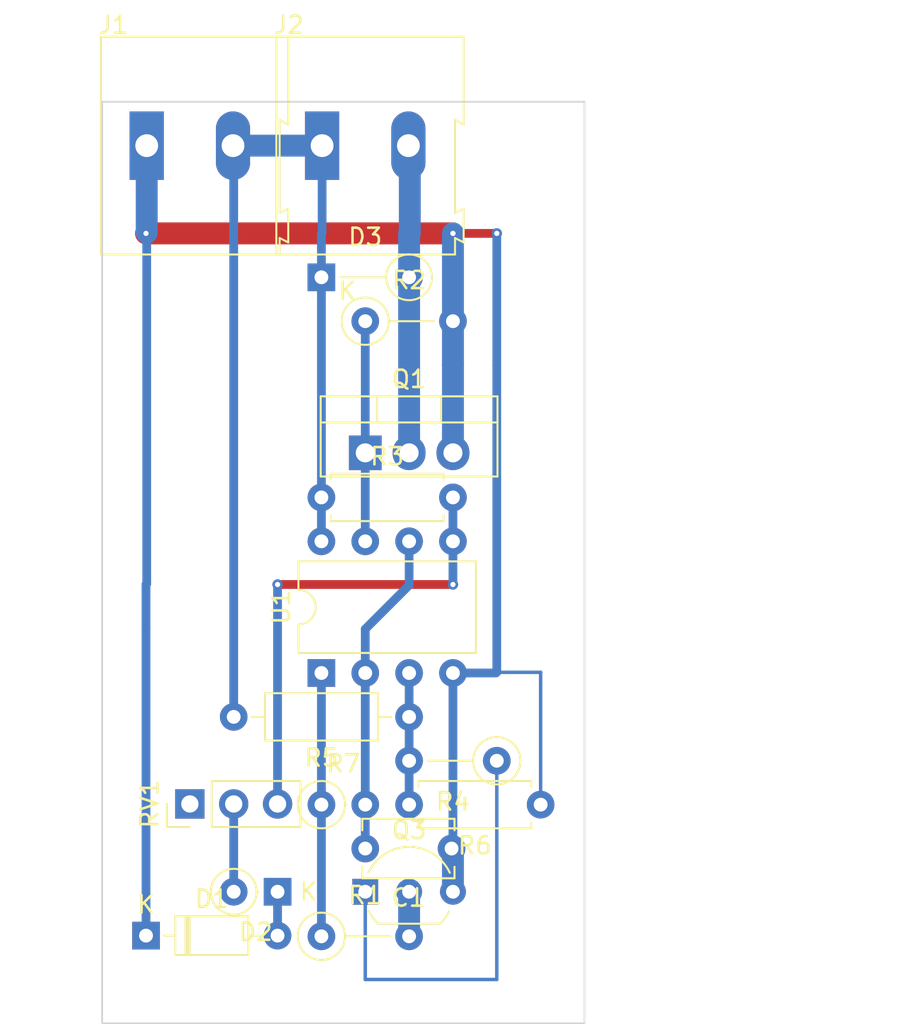
<source format=kicad_pcb>
(kicad_pcb (version 20240108) (generator "pcbnew") (generator_version "8.0")
  (layers (0 "F.Cu" signal) (31 "B.Cu" signal) (34 "B.Paste" user) (35 "F.Paste" user) (36 "B.SilkS" user "B.Silkscreen") (37 "F.SilkS" user "F.Silkscreen") (38 "B.Mask" user) (39 "F.Mask" user) (44 "Edge.Cuts" user))
  (net 0 "")
  (net 1 "GND")
  (net 2 "Net-(U1A--)")
  (net 3 "Net-(D1-A)")
  (net 4 "Net-(D2-A)")
  (net 5 "Net-(D3-A)")
  (net 6 "VCC")
  (net 7 "Net-(Q1-G)")
  (net 8 "Net-(R1-Pad1)")
  (net 9 "Net-(U1B-+)")
  (net 10 "Net-(U1A-+)")
  (net 12 "Net-(Q3-C)")
  (net 13 "Net-(Q3-B)")
  (footprint "Connector_PinHeader_2.54mm:PinHeader_1x03_P2.54mm_Vertical" (layer "F.Cu") (at 53.34 119.38 90)
    (property "Reference" "RV1" (at 0 -2.33 -90) (layer "F.SilkS"))
    (property "Value" "100k")
    (fp_line (start -1.33 -1.33) (end 0 -1.33) (stroke (width 0.12)) (layer "F.SilkS"))
    (fp_line (start -1.33 0) (end -1.33 -1.33) (stroke (width 0.12)) (layer "F.SilkS"))
    (fp_line (start 1.33 1.27) (end 1.33 6.41) (stroke (width 0.12)) (layer "F.SilkS"))
    (fp_line (start -1.33 1.27) (end 1.33 1.27) (stroke (width 0.12)) (layer "F.SilkS"))
    (fp_line (start -1.33 1.27) (end -1.33 6.41) (stroke (width 0.12)) (layer "F.SilkS"))
    (fp_line (start -1.33 6.41) (end 1.33 6.41) (stroke (width 0.12)) (layer "F.SilkS"))
    (pad "1" thru_hole rect (at 0 0 90) (size 1.7 1.7) (drill 1) (layers "*.Cu" "*.Mask"))
    (pad "2" thru_hole oval (at 0 2.54 90) (size 1.7 1.7) (drill 1) (layers "*.Cu" "*.Mask") (net 4 "Net-(D2-A)"))
    (pad "3" thru_hole oval (at 0 5.08 90) (size 1.7 1.7) (drill 1) (layers "*.Cu" "*.Mask") (net 9 "Net-(U1B-+)"))
  )
  (footprint "Resistor_THT:R_Axial_DIN0207_L6.3mm_D2.5mm_P5.08mm_Vertical" (layer "F.Cu") (at 60.96 127.04)
    (property "Reference" "R1" (at 2.54 -2.37 0) (layer "F.SilkS"))
    (property "Value" "10K")
    (fp_line (start 1.37 0) (end 3.98 0) (stroke (width 0.12)) (layer "F.SilkS"))
    (fp_circle (center 0 0) (end 1.37 0) (stroke (width 0.12)) (fill none) (layer "F.SilkS"))
    (pad "1" thru_hole circle (at 0 0) (size 1.6 1.6) (drill 0.8) (layers "*.Cu" "*.Mask") (net 8 "Net-(R1-Pad1)"))
    (pad "2" thru_hole oval (at 5.08 0) (size 1.6 1.6) (drill 0.8) (layers "*.Cu" "*.Mask") (net 13 "Net-(Q3-B)"))
  )
  (footprint "Package_TO_SOT_THT:TO-220-3_Vertical" (layer "F.Cu") (at 63.5 99.06)
    (property "Reference" "Q1" (at 2.54 -4.27 0) (layer "F.SilkS"))
    (property "Value" "IRF3205")
    (fp_line (start -2.58 -3.27) (end -2.58 1.371) (stroke (width 0.12)) (layer "F.SilkS"))
    (fp_line (start -2.58 -3.27) (end 7.66 -3.27) (stroke (width 0.12)) (layer "F.SilkS"))
    (fp_line (start -2.58 -1.76) (end 7.66 -1.76) (stroke (width 0.12)) (layer "F.SilkS"))
    (fp_line (start -2.58 1.371) (end 7.66 1.371) (stroke (width 0.12)) (layer "F.SilkS"))
    (fp_line (start 0.69 -3.27) (end 0.69 -1.76) (stroke (width 0.12)) (layer "F.SilkS"))
    (fp_line (start 4.391 -3.27) (end 4.391 -1.76) (stroke (width 0.12)) (layer "F.SilkS"))
    (fp_line (start 7.66 -3.27) (end 7.66 1.371) (stroke (width 0.12)) (layer "F.SilkS"))
    (pad "1" thru_hole rect (at 0 0) (size 1.905 2) (drill 1.1) (layers "*.Cu" "*.Mask") (net 7 "Net-(Q1-G)"))
    (pad "2" thru_hole oval (at 2.54 0) (size 1.905 2) (drill 1.1) (layers "*.Cu" "*.Mask") (net 5 "Net-(D3-A)"))
    (pad "3" thru_hole oval (at 5.08 0) (size 1.905 2) (drill 1.1) (layers "*.Cu" "*.Mask") (net 1 "GND"))
  )
  (footprint "TerminalBlock:TerminalBlock_Altech_AK300-2_P5.00mm" (layer "F.Cu") (at 61 81.28)
    (property "Reference" "J2" (at -1.92 -6.99 0) (layer "F.SilkS"))
    (property "Value" "Screw_Terminal_Motor")
    (fp_line (start -2.65 -6.3) (end -2.65 6.3) (stroke (width 0.12)) (layer "F.SilkS"))
    (fp_line (start -2.65 6.3) (end 7.7 6.3) (stroke (width 0.12)) (layer "F.SilkS"))
    (fp_line (start 7.7 -1.5) (end 8.2 -1.2) (stroke (width 0.12)) (layer "F.SilkS"))
    (fp_line (start 7.7 3.9) (end 7.7 -1.5) (stroke (width 0.12)) (layer "F.SilkS"))
    (fp_line (start 7.7 5.35) (end 8.2 5.6) (stroke (width 0.12)) (layer "F.SilkS"))
    (fp_line (start 7.7 6.3) (end 7.7 5.35) (stroke (width 0.12)) (layer "F.SilkS"))
    (fp_line (start 8.2 -6.3) (end -2.65 -6.3) (stroke (width 0.12)) (layer "F.SilkS"))
    (fp_line (start 8.2 -1.2) (end 8.2 -6.3) (stroke (width 0.12)) (layer "F.SilkS"))
    (fp_line (start 8.2 3.65) (end 7.7 3.9) (stroke (width 0.12)) (layer "F.SilkS"))
    (fp_line (start 8.2 3.7) (end 8.2 3.65) (stroke (width 0.12)) (layer "F.SilkS"))
    (fp_line (start 8.2 5.6) (end 8.2 3.7) (stroke (width 0.12)) (layer "F.SilkS"))
    (pad "1" thru_hole rect (at 0 0) (size 1.98 3.96) (drill 1.32) (layers "*.Cu" "*.Mask") (net 6 "VCC"))
    (pad "2" thru_hole oval (at 5 0) (size 1.98 3.96) (drill 1.32) (layers "*.Cu" "*.Mask") (net 5 "Net-(D3-A)"))
  )
  (footprint "Capacitor_THT:C_Disc_D5.1mm_W3.2mm_P5.00mm" (layer "F.Cu") (at 68.5 121.96 180)
    (property "Reference" "C1" (at 2.5 -2.85 180) (layer "F.SilkS"))
    (property "Value" "1u")
    (fp_line (start 5.17 1.055) (end 5.17 1.721) (stroke (width 0.12)) (layer "F.SilkS"))
    (fp_line (start 5.17 -1.721) (end 5.17 -1.055) (stroke (width 0.12)) (layer "F.SilkS"))
    (fp_line (start -0.17 1.721) (end 5.17 1.721) (stroke (width 0.12)) (layer "F.SilkS"))
    (fp_line (start -0.17 1.055) (end -0.17 1.721) (stroke (width 0.12)) (layer "F.SilkS"))
    (fp_line (start -0.17 -1.721) (end 5.17 -1.721) (stroke (width 0.12)) (layer "F.SilkS"))
    (fp_line (start -0.17 -1.721) (end -0.17 -1.055) (stroke (width 0.12)) (layer "F.SilkS"))
    (pad "1" thru_hole circle (at 0 0 180) (size 1.6 1.6) (drill 0.8) (layers "*.Cu" "*.Mask") (net 1 "GND"))
    (pad "2" thru_hole circle (at 5 0 180) (size 1.6 1.6) (drill 0.8) (layers "*.Cu" "*.Mask") (net 2 "Net-(U1A--)"))
  )
  (footprint "Diode_THT:D_DO-35_SOD27_P7.62mm_Horizontal" (layer "F.Cu") (at 50.8 127)
    (property "Reference" "D1" (at 3.81 -2.12 0) (layer "F.SilkS"))
    (property "Value" "D")
    (fp_line (start 1.04 0) (end 1.69 0) (stroke (width 0.12)) (layer "F.SilkS"))
    (fp_line (start 1.69 -1.12) (end 1.69 1.12) (stroke (width 0.12)) (layer "F.SilkS"))
    (fp_line (start 1.69 1.12) (end 5.93 1.12) (stroke (width 0.12)) (layer "F.SilkS"))
    (fp_line (start 2.29 -1.12) (end 2.29 1.12) (stroke (width 0.12)) (layer "F.SilkS"))
    (fp_line (start 2.41 -1.12) (end 2.41 1.12) (stroke (width 0.12)) (layer "F.SilkS"))
    (fp_line (start 2.53 -1.12) (end 2.53 1.12) (stroke (width 0.12)) (layer "F.SilkS"))
    (fp_line (start 5.93 -1.12) (end 1.69 -1.12) (stroke (width 0.12)) (layer "F.SilkS"))
    (fp_line (start 5.93 1.12) (end 5.93 -1.12) (stroke (width 0.12)) (layer "F.SilkS"))
    (fp_line (start 6.58 0) (end 5.93 0) (stroke (width 0.12)) (layer "F.SilkS"))
    (fp_text user "K" (at 0 -1.8 0) (layer "F.SilkS"))
    (pad "1" thru_hole rect (at 0 0) (size 1.6 1.6) (drill 0.8) (layers "*.Cu" "*.Mask") (net 1 "GND"))
    (pad "2" thru_hole oval (at 7.62 0) (size 1.6 1.6) (drill 0.8) (layers "*.Cu" "*.Mask") (net 3 "Net-(D1-A)"))
  )
  (footprint "Resistor_THT:R_Axial_DIN0207_L6.3mm_D2.5mm_P5.08mm_Vertical" (layer "F.Cu") (at 71.12 116.88 180)
    (property "Reference" "R4" (at 2.54 -2.37 180) (layer "F.SilkS"))
    (property "Value" "1k")
    (fp_line (start 1.37 0) (end 3.98 0) (stroke (width 0.12)) (layer "F.SilkS"))
    (fp_circle (center 0 0) (end 1.37 0) (stroke (width 0.12)) (fill none) (layer "F.SilkS"))
    (pad "1" thru_hole circle (at 0 0 180) (size 1.6 1.6) (drill 0.8) (layers "*.Cu" "*.Mask") (net 12 "Net-(Q3-C)"))
    (pad "2" thru_hole oval (at 5.08 0 180) (size 1.6 1.6) (drill 0.8) (layers "*.Cu" "*.Mask") (net 10 "Net-(U1A-+)"))
  )
  (footprint "Diode_THT:D_DO-35_SOD27_P5.08mm_Vertical_KathodeUp" (layer "F.Cu") (at 60.96 88.9)
    (property "Reference" "D3" (at 2.54 -2.326371 0) (layer "F.SilkS"))
    (property "Value" "D")
    (fp_line (start 3.753629 0) (end 1.1 0) (stroke (width 0.12)) (layer "F.SilkS"))
    (fp_circle (center 5.08 0) (end 6.406371 0) (stroke (width 0.12)) (fill none) (layer "F.SilkS"))
    (fp_text user "K" (at 1.5 0.8 0) (layer "F.SilkS"))
    (pad "1" thru_hole rect (at 0 0) (size 1.6 1.6) (drill 0.8) (layers "*.Cu" "*.Mask") (net 6 "VCC"))
    (pad "2" thru_hole oval (at 5.08 0) (size 1.6 1.6) (drill 0.8) (layers "*.Cu" "*.Mask") (net 5 "Net-(D3-A)"))
  )
  (footprint "Resistor_THT:R_Axial_DIN0207_L6.3mm_D2.5mm_P5.08mm_Vertical" (layer "F.Cu") (at 63.5 91.44)
    (property "Reference" "R2" (at 2.54 -2.37 0) (layer "F.SilkS"))
    (property "Value" "1K")
    (fp_line (start 1.37 0) (end 3.98 0) (stroke (width 0.12)) (layer "F.SilkS"))
    (fp_circle (center 0 0) (end 1.37 0) (stroke (width 0.12)) (fill none) (layer "F.SilkS"))
    (pad "1" thru_hole circle (at 0 0) (size 1.6 1.6) (drill 0.8) (layers "*.Cu" "*.Mask") (net 7 "Net-(Q1-G)"))
    (pad "2" thru_hole oval (at 5.08 0) (size 1.6 1.6) (drill 0.8) (layers "*.Cu" "*.Mask") (net 1 "GND"))
  )
  (footprint "Resistor_THT:R_Axial_DIN0207_L6.3mm_D2.5mm_P10.16mm_Horizontal" (layer "F.Cu") (at 66.04 114.34 180)
    (property "Reference" "R5" (at 5.08 -2.37 180) (layer "F.SilkS"))
    (property "Value" "10k")
    (fp_line (start 9.12 0) (end 8.35 0) (stroke (width 0.12)) (layer "F.SilkS"))
    (fp_line (start 8.35 1.37) (end 8.35 -1.37) (stroke (width 0.12)) (layer "F.SilkS"))
    (fp_line (start 8.35 -1.37) (end 1.81 -1.37) (stroke (width 0.12)) (layer "F.SilkS"))
    (fp_line (start 1.81 1.37) (end 8.35 1.37) (stroke (width 0.12)) (layer "F.SilkS"))
    (fp_line (start 1.81 -1.37) (end 1.81 1.37) (stroke (width 0.12)) (layer "F.SilkS"))
    (fp_line (start 1.04 0) (end 1.81 0) (stroke (width 0.12)) (layer "F.SilkS"))
    (pad "1" thru_hole circle (at 0 0 180) (size 1.6 1.6) (drill 0.8) (layers "*.Cu" "*.Mask") (net 10 "Net-(U1A-+)"))
    (pad "2" thru_hole oval (at 10.16 0 180) (size 1.6 1.6) (drill 0.8) (layers "*.Cu" "*.Mask") (net 6 "VCC"))
  )
  (footprint "TerminalBlock:TerminalBlock_Altech_AK300-2_P5.00mm" (layer "F.Cu") (at 50.84 81.28)
    (property "Reference" "J1" (at -1.92 -6.99 0) (layer "F.SilkS"))
    (property "Value" "Screw_Terminal_Power")
    (fp_line (start -2.65 -6.3) (end -2.65 6.3) (stroke (width 0.12)) (layer "F.SilkS"))
    (fp_line (start -2.65 6.3) (end 7.7 6.3) (stroke (width 0.12)) (layer "F.SilkS"))
    (fp_line (start 7.7 -1.5) (end 8.2 -1.2) (stroke (width 0.12)) (layer "F.SilkS"))
    (fp_line (start 7.7 3.9) (end 7.7 -1.5) (stroke (width 0.12)) (layer "F.SilkS"))
    (fp_line (start 7.7 5.35) (end 8.2 5.6) (stroke (width 0.12)) (layer "F.SilkS"))
    (fp_line (start 7.7 6.3) (end 7.7 5.35) (stroke (width 0.12)) (layer "F.SilkS"))
    (fp_line (start 8.2 -6.3) (end -2.65 -6.3) (stroke (width 0.12)) (layer "F.SilkS"))
    (fp_line (start 8.2 -1.2) (end 8.2 -6.3) (stroke (width 0.12)) (layer "F.SilkS"))
    (fp_line (start 8.2 3.65) (end 7.7 3.9) (stroke (width 0.12)) (layer "F.SilkS"))
    (fp_line (start 8.2 3.7) (end 8.2 3.65) (stroke (width 0.12)) (layer "F.SilkS"))
    (fp_line (start 8.2 5.6) (end 8.2 3.7) (stroke (width 0.12)) (layer "F.SilkS"))
    (pad "1" thru_hole rect (at 0 0) (size 1.98 3.96) (drill 1.32) (layers "*.Cu" "*.Mask") (net 1 "GND"))
    (pad "2" thru_hole oval (at 5 0) (size 1.98 3.96) (drill 1.32) (layers "*.Cu" "*.Mask") (net 6 "VCC"))
  )
  (footprint "Resistor_THT:R_Axial_DIN0207_L6.3mm_D2.5mm_P7.62mm_Horizontal" (layer "F.Cu") (at 60.96 101.64)
    (property "Reference" "R3" (at 3.81 -2.37 0) (layer "F.SilkS"))
    (property "Value" "100k")
    (fp_line (start 0.54 -1.37) (end 7.08 -1.37) (stroke (width 0.12)) (layer "F.SilkS"))
    (fp_line (start 0.54 -1.04) (end 0.54 -1.37) (stroke (width 0.12)) (layer "F.SilkS"))
    (fp_line (start 0.54 1.04) (end 0.54 1.37) (stroke (width 0.12)) (layer "F.SilkS"))
    (fp_line (start 0.54 1.37) (end 7.08 1.37) (stroke (width 0.12)) (layer "F.SilkS"))
    (fp_line (start 7.08 -1.37) (end 7.08 -1.04) (stroke (width 0.12)) (layer "F.SilkS"))
    (fp_line (start 7.08 1.37) (end 7.08 1.04) (stroke (width 0.12)) (layer "F.SilkS"))
    (pad "1" thru_hole circle (at 0 0) (size 1.6 1.6) (drill 0.8) (layers "*.Cu" "*.Mask") (net 6 "VCC"))
    (pad "2" thru_hole oval (at 7.62 0) (size 1.6 1.6) (drill 0.8) (layers "*.Cu" "*.Mask") (net 9 "Net-(U1B-+)"))
  )
  (footprint "Resistor_THT:R_Axial_DIN0207_L6.3mm_D2.5mm_P2.54mm_Vertical" (layer "F.Cu") (at 60.96 119.42)
    (property "Reference" "R7" (at 1.27 -2.37 0) (layer "F.SilkS"))
    (property "Value" "5k")
    (fp_line (start 1.37 0) (end 1.44 0) (stroke (width 0.12)) (layer "F.SilkS"))
    (fp_circle (center 0 0) (end 1.37 0) (stroke (width 0.12)) (fill none) (layer "F.SilkS"))
    (pad "1" thru_hole circle (at 0 0) (size 1.6 1.6) (drill 0.8) (layers "*.Cu" "*.Mask") (net 8 "Net-(R1-Pad1)"))
    (pad "2" thru_hole oval (at 2.54 0) (size 1.6 1.6) (drill 0.8) (layers "*.Cu" "*.Mask") (net 2 "Net-(U1A--)"))
  )
  (footprint "Diode_THT:D_DO-35_SOD27_P2.54mm_Vertical_KathodeUp" (layer "F.Cu") (at 58.42 124.46 180)
    (property "Reference" "D2" (at 1.27 -2.326371 180) (layer "F.SilkS"))
    (property "Value" "D")
    (fp_line (start 1.213629 0) (end 1.1 0) (stroke (width 0.12)) (layer "F.SilkS"))
    (fp_circle (center 2.54 0) (end 3.866371 0) (stroke (width 0.12)) (fill none) (layer "F.SilkS"))
    (fp_text user "K" (at -1.8 0 180) (layer "F.SilkS"))
    (pad "1" thru_hole rect (at 0 0 180) (size 1.6 1.6) (drill 0.8) (layers "*.Cu" "*.Mask") (net 3 "Net-(D1-A)"))
    (pad "2" thru_hole oval (at 2.54 0 180) (size 1.6 1.6) (drill 0.8) (layers "*.Cu" "*.Mask") (net 4 "Net-(D2-A)"))
  )
  (footprint "Resistor_THT:R_Axial_DIN0207_L6.3mm_D2.5mm_P7.62mm_Horizontal" (layer "F.Cu") (at 73.66 119.42 180)
    (property "Reference" "R6" (at 3.81 -2.37 180) (layer "F.SilkS"))
    (property "Value" "10k")
    (fp_line (start 7.08 1.37) (end 7.08 1.04) (stroke (width 0.12)) (layer "F.SilkS"))
    (fp_line (start 7.08 -1.37) (end 7.08 -1.04) (stroke (width 0.12)) (layer "F.SilkS"))
    (fp_line (start 0.54 1.37) (end 7.08 1.37) (stroke (width 0.12)) (layer "F.SilkS"))
    (fp_line (start 0.54 1.04) (end 0.54 1.37) (stroke (width 0.12)) (layer "F.SilkS"))
    (fp_line (start 0.54 -1.04) (end 0.54 -1.37) (stroke (width 0.12)) (layer "F.SilkS"))
    (fp_line (start 0.54 -1.37) (end 7.08 -1.37) (stroke (width 0.12)) (layer "F.SilkS"))
    (pad "1" thru_hole circle (at 0 0 180) (size 1.6 1.6) (drill 0.8) (layers "*.Cu" "*.Mask") (net 1 "GND"))
    (pad "2" thru_hole oval (at 7.62 0 180) (size 1.6 1.6) (drill 0.8) (layers "*.Cu" "*.Mask") (net 10 "Net-(U1A-+)"))
  )
  (footprint "Package_DIP:DIP-8_W7.62mm" (layer "F.Cu") (at 60.96 111.8 90)
    (property "Reference" "U1" (at 3.81 -2.33 -90) (layer "F.SilkS"))
    (property "Value" "LM358")
    (fp_line (start 6.46 -1.33) (end 4.81 -1.33) (stroke (width 0.12)) (layer "F.SilkS"))
    (fp_line (start 2.81 -1.33) (end 1.16 -1.33) (stroke (width 0.12)) (layer "F.SilkS"))
    (fp_line (start 1.16 -1.33) (end 1.16 8.95) (stroke (width 0.12)) (layer "F.SilkS"))
    (fp_line (start 6.46 8.95) (end 6.46 -1.33) (stroke (width 0.12)) (layer "F.SilkS"))
    (fp_line (start 1.16 8.95) (end 6.46 8.95) (stroke (width 0.12)) (layer "F.SilkS"))
    (fp_arc (start 4.81 -1.33) (mid 3.81 -0.33) (end 2.81 -1.33) (stroke (width 0.12)) (layer "F.SilkS"))
    (pad "1" thru_hole rect (at 0 0 90) (size 1.6 1.6) (drill 0.8) (layers "*.Cu" "*.Mask") (net 8 "Net-(R1-Pad1)"))
    (pad "2" thru_hole oval (at 0 2.54 90) (size 1.6 1.6) (drill 0.8) (layers "*.Cu" "*.Mask") (net 2 "Net-(U1A--)"))
    (pad "3" thru_hole oval (at 0 5.08 90) (size 1.6 1.6) (drill 0.8) (layers "*.Cu" "*.Mask") (net 10 "Net-(U1A-+)"))
    (pad "4" thru_hole oval (at 0 7.62 90) (size 1.6 1.6) (drill 0.8) (layers "*.Cu" "*.Mask") (net 1 "GND"))
    (pad "5" thru_hole oval (at 7.62 7.62 90) (size 1.6 1.6) (drill 0.8) (layers "*.Cu" "*.Mask") (net 9 "Net-(U1B-+)"))
    (pad "6" thru_hole oval (at 7.62 5.08 90) (size 1.6 1.6) (drill 0.8) (layers "*.Cu" "*.Mask") (net 2 "Net-(U1A--)"))
    (pad "7" thru_hole oval (at 7.62 2.54 90) (size 1.6 1.6) (drill 0.8) (layers "*.Cu" "*.Mask") (net 7 "Net-(Q1-G)"))
    (pad "8" thru_hole oval (at 7.62 0 90) (size 1.6 1.6) (drill 0.8) (layers "*.Cu" "*.Mask") (net 6 "VCC"))
  )
  (footprint "Package_TO_SOT_THT:TO-92_Inline_Wide" (layer "F.Cu") (at 63.5 124.46)
    (property "Reference" "Q3" (at 2.54 -3.56 0) (layer "F.SilkS"))
    (property "Value" "Q_PNP_CBE")
    (fp_line (start 0.74 1.85) (end 4.34 1.85) (stroke (width 0.12)) (layer "F.SilkS"))
    (fp_arc (start 0.1836 -1.098807) (mid 1.143021 -2.192817) (end 2.54 -2.6) (stroke (width 0.12)) (layer "F.SilkS"))
    (fp_arc (start 0.74 1.85) (mid 0.446097 1.509328) (end 0.215816 1.122795) (stroke (width 0.12)) (layer "F.SilkS"))
    (fp_arc (start 2.54 -2.6) (mid 3.936979 -2.192818) (end 4.8964 -1.098807) (stroke (width 0.12)) (layer "F.SilkS"))
    (fp_arc (start 4.864184 1.122795) (mid 4.633903 1.509328) (end 4.34 1.85) (stroke (width 0.12)) (layer "F.SilkS"))
    (pad "1" thru_hole rect (at 0 0) (size 1.5 1.5) (drill 0.8) (layers "*.Cu" "*.Mask") (net 12 "Net-(Q3-C)"))
    (pad "2" thru_hole circle (at 2.54 0) (size 1.5 1.5) (drill 0.8) (layers "*.Cu" "*.Mask") (net 13 "Net-(Q3-B)"))
    (pad "3" thru_hole circle (at 5.08 0) (size 1.5 1.5) (drill 0.8) (layers "*.Cu" "*.Mask") (net 1 "GND"))
  )
  (gr_rect (start 48.26 78.74) (end 76.2 132.08) (stroke (width 0.1)) (fill none) (layer "Edge.Cuts"))
  (segment (start 50.8 86.36) (end 68.58 86.36) (width 1.27) (layer "F.Cu") (net 1))
  (segment (start 71.12 86.36) (end 68.58 86.36) (width 0.508) (layer "F.Cu") (net 1))
  (via (at 68.58 86.36) (size 0.6) (drill 0.3) (layers "F.Cu" "B.Cu") (net 1))
  (via (at 50.8 86.36) (size 0.6) (drill 0.3) (layers "F.Cu" "B.Cu") (net 1))
  (via (at 71.12 86.36) (size 0.6) (drill 0.3) (layers "F.Cu" "B.Cu") (net 1))
  (via (at 68.58 86.36) (size 0.6) (drill 0.3) (layers "F.Cu" "B.Cu") (net 1))
  (segment (start 68.58 122.04) (end 68.5 121.96) (width 1.27) (layer "B.Cu") (net 1))
  (segment (start 71.12 93.98) (end 71.12 111.76) (width 0.508) (layer "B.Cu") (net 1))
  (segment (start 68.58 121.88) (end 68.5 121.96) (width 1.27) (layer "B.Cu") (net 1))
  (segment (start 50.8 109.22) (end 50.8 106.68) (width 0.508) (layer "B.Cu") (net 1))
  (segment (start 68.58 124.46) (end 68.58 122.04) (width 1.27) (layer "B.Cu") (net 1))
  (segment (start 50.84 106.64) (end 50.84 86.4) (width 0.508) (layer "B.Cu") (net 1))
  (segment (start 68.58 111.8) (end 71.08 111.8) (width 0.508) (layer "B.Cu") (net 1))
  (segment (start 68.58 93.98) (end 68.58 99.06) (width 1.27) (layer "B.Cu") (net 1))
  (segment (start 50.8 106.68) (end 50.84 106.64) (width 0.508) (layer "B.Cu") (net 1))
  (segment (start 68.58 91.44) (end 68.58 86.36) (width 1.27) (layer "B.Cu") (net 1))
  (segment (start 71.12 111.76) (end 71.08 111.8) (width 0.2) (layer "B.Cu") (net 1))
  (segment (start 68.58 91.44) (end 68.58 93.98) (width 1.27) (layer "B.Cu") (net 1))
  (segment (start 73.66 111.76) (end 71.12 111.76) (width 0.2) (layer "B.Cu") (net 1))
  (segment (start 71.12 86.36) (end 71.12 93.98) (width 0.508) (layer "B.Cu") (net 1))
  (segment (start 50.8 81.32) (end 50.84 81.28) (width 0.508) (layer "B.Cu") (net 1))
  (segment (start 68.58 111.8) (end 68.58 121.88) (width 0.508) (layer "B.Cu") (net 1))
  (segment (start 50.84 86.32) (end 50.84 81.28) (width 1.27) (layer "B.Cu") (net 1))
  (segment (start 73.66 119.42) (end 73.66 111.76) (width 0.2) (layer "B.Cu") (net 1))
  (segment (start 50.8 127) (end 50.8 109.22) (width 0.508) (layer "B.Cu") (net 1))
  (segment (start 66.04 106.72) (end 66.04 104.18) (width 0.508) (layer "B.Cu") (net 2))
  (segment (start 63.5 109.26) (end 66.04 106.72) (width 0.508) (layer "B.Cu") (net 2))
  (segment (start 63.5 111.8) (end 63.5 109.26) (width 0.508) (layer "B.Cu") (net 2))
  (segment (start 63.5 121.96) (end 63.5 119.42) (width 0.508) (layer "B.Cu") (net 2))
  (segment (start 63.5 119.42) (end 63.5 111.8) (width 0.508) (layer "B.Cu") (net 2))
  (segment (start 58.42 124.46) (end 58.42 127) (width 0.508) (layer "B.Cu") (net 3))
  (segment (start 55.88 124.46) (end 55.88 119.38) (width 0.508) (layer "B.Cu") (net 4))
  (segment (start 66.08 86.32) (end 66.08 81.36) (width 1.27) (layer "B.Cu") (net 5))
  (segment (start 66.04 86.36) (end 66.08 86.32) (width 1.27) (layer "B.Cu") (net 5))
  (segment (start 66.08 81.36) (end 66 81.28) (width 1.27) (layer "B.Cu") (net 5))
  (segment (start 66.04 99.06) (end 66.04 86.36) (width 1.27) (layer "B.Cu") (net 5))
  (segment (start 60.96 101.64) (end 60.96 104.18) (width 0.508) (layer "B.Cu") (net 6))
  (segment (start 55.88 114.34) (end 55.88 81.32) (width 0.508) (layer "B.Cu") (net 6))
  (segment (start 60.96 101.64) (end 60.96 86.36) (width 0.508) (layer "B.Cu") (net 6))
  (segment (start 61 86.32) (end 61 81.28) (width 0.508) (layer "B.Cu") (net 6))
  (segment (start 55.88 81.32) (end 55.84 81.28) (width 1.27) (layer "B.Cu") (net 6))
  (segment (start 55.84 81.28) (end 61 81.28) (width 1.27) (layer "B.Cu") (net 6))
  (segment (start 63.5 91.44) (end 63.5 104.18) (width 0.508) (layer "B.Cu") (net 7))
  (segment (start 60.96 111.8) (end 60.96 119.42) (width 0.508) (layer "B.Cu") (net 8))
  (segment (start 60.96 119.42) (end 60.96 127.04) (width 0.508) (layer "B.Cu") (net 8))
  (segment (start 58.42 106.68) (end 68.58 106.68) (width 0.508) (layer "F.Cu") (net 9))
  (via (at 58.42 106.68) (size 0.6) (drill 0.3) (layers "F.Cu" "B.Cu") (net 9))
  (via (at 68.58 106.68) (size 0.6) (drill 0.3) (layers "F.Cu" "B.Cu") (net 9))
  (segment (start 68.58 104.18) (end 68.58 106.68) (width 0.508) (layer "B.Cu") (net 9))
  (segment (start 58.42 119.38) (end 58.42 106.68) (width 0.508) (layer "B.Cu") (net 9))
  (segment (start 68.58 101.64) (end 68.58 104.18) (width 0.508) (layer "B.Cu") (net 9))
  (segment (start 66.04 116.88) (end 66.04 114.34) (width 0.508) (layer "B.Cu") (net 10))
  (segment (start 66.04 111.8) (end 66.04 114.34) (width 0.508) (layer "B.Cu") (net 10))
  (segment (start 66.04 119.42) (end 66.04 116.88) (width 0.508) (layer "B.Cu") (net 10))
  (segment (start 63.5 129.54) (end 71.12 129.54) (width 0.2) (layer "B.Cu") (net 12))
  (segment (start 63.5 124.46) (end 63.5 129.54) (width 0.2) (layer "B.Cu") (net 12))
  (segment (start 71.12 129.54) (end 71.12 116.88) (width 0.2) (layer "B.Cu") (net 12))
  (segment (start 66.04 124.46) (end 66.04 127.04) (width 1.27) (layer "B.Cu") (net 13))
)
</source>
